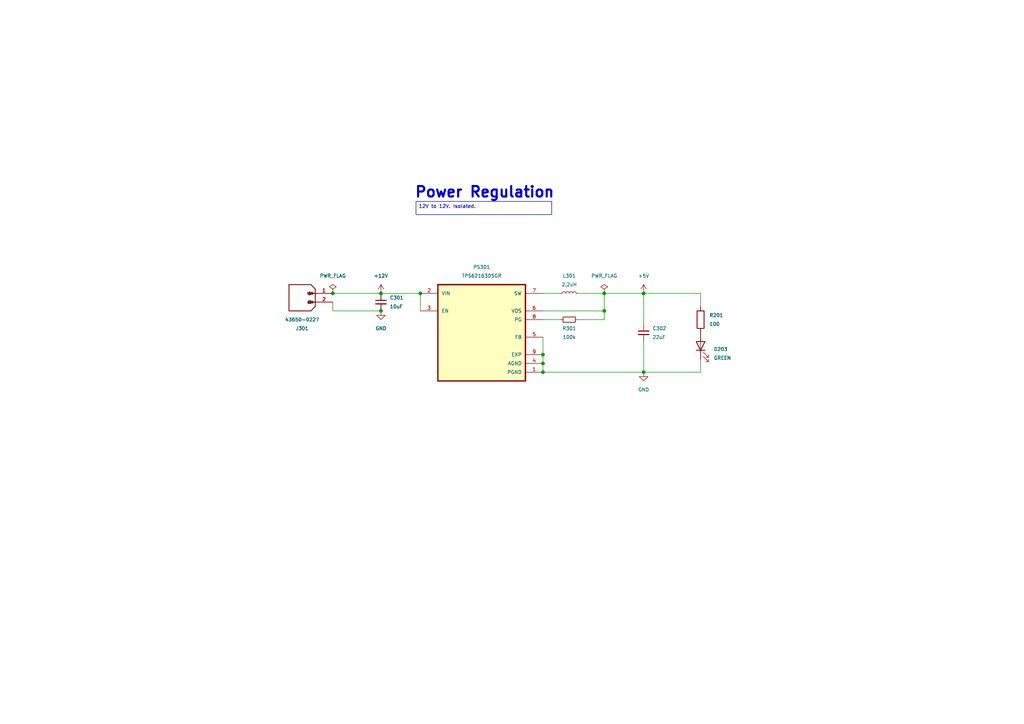
<source format=kicad_sch>
(kicad_sch (version 20230121) (generator eeschema)
  (paper "A4")
  (title_block (title "Blackbody A") (date "2023-07-16") (rev "v0.2.0") (company "LHR Solar") (comment 1 "Jacob Giddens") (comment 2 "Matthew Yu") (comment 3 "Gary Hallock"))
  (lib_symbols
    (symbol "Device:C_Small" (pin_numbers hide) (pin_names (offset 0.254) hide)
      (property "Reference" "C" (at 0.254 1.778 0))
      (property "Value" "C_Small" (at 0.254 -2.032 0))
      (symbol "C_Small_0_1"
        (polyline (pts (xy -1.524 -0.508) (xy 1.524 -0.508)) (stroke (width 0.3302)))
        (polyline (pts (xy -1.524 0.508) (xy 1.524 0.508)) (stroke (width 0.3048)))
      )
      (symbol "C_Small_1_1"
        (pin passive line (at 0 2.54 270) (length 2.032) (name "~") (number "1"))
        (pin passive line (at 0 -2.54 90) (length 2.032) (name "~") (number "2"))
      )
    )
    (symbol "Device:LED" (pin_numbers hide) (pin_names (offset 1.016) hide)
      (property "Reference" "D" (at 0 2.54 0))
      (property "Value" "LED" (at 0 -2.54 0))
      (symbol "LED_0_1"
        (polyline (pts (xy -1.27 -1.27) (xy -1.27 1.27)) (stroke (width 0.254)))
        (polyline (pts (xy -1.27 0) (xy 1.27 0)))
        (polyline (pts (xy 1.27 -1.27) (xy 1.27 1.27) (xy -1.27 0) (xy 1.27 -1.27)) (stroke (width 0.254)))
        (polyline (pts (xy -3.048 -0.762) (xy -4.572 -2.286) (xy -3.81 -2.286) (xy -4.572 -2.286) (xy -4.572 -1.524)))
        (polyline (pts (xy -1.778 -0.762) (xy -3.302 -2.286) (xy -2.54 -2.286) (xy -3.302 -2.286) (xy -3.302 -1.524)))
      )
      (symbol "LED_1_1"
        (pin passive line (at -3.81 0 0) (length 2.54) (name "K") (number "1"))
        (pin passive line (at 3.81 0 180) (length 2.54) (name "A") (number "2"))
      )
    )
    (symbol "Device:L_Small" (pin_numbers hide) (pin_names (offset 0.254) hide)
      (property "Reference" "L" (at 0.762 1.016 0))
      (property "Value" "L_Small" (at 0.762 -1.016 0))
      (symbol "L_Small_0_1"
        (arc (start 0 -2.032) (mid 0.5058 -1.524) (end 0 -1.016))
        (arc (start 0 -1.016) (mid 0.5058 -0.508) (end 0 0))
        (arc (start 0 0) (mid 0.5058 0.508) (end 0 1.016))
        (arc (start 0 1.016) (mid 0.5058 1.524) (end 0 2.032))
      )
      (symbol "L_Small_1_1"
        (pin passive line (at 0 2.54 270) (length 0.508) (name "~") (number "1"))
        (pin passive line (at 0 -2.54 90) (length 0.508) (name "~") (number "2"))
      )
    )
    (symbol "Device:R" (pin_numbers hide) (pin_names (offset 0))
      (property "Reference" "R" (at 2.032 0 90))
      (property "Value" "R" (at 0 0 90))
      (symbol "R_0_1"
        (rectangle (start -1.016 -2.54) (end 1.016 2.54) (stroke (width 0.254)))
      )
      (symbol "R_1_1"
        (pin passive line (at 0 3.81 270) (length 1.27) (name "~") (number "1"))
        (pin passive line (at 0 -3.81 90) (length 1.27) (name "~") (number "2"))
      )
    )
    (symbol "Device:R_Small" (pin_numbers hide) (pin_names (offset 0.254) hide)
      (property "Reference" "R" (at 0.762 0.508 0))
      (property "Value" "R_Small" (at 0.762 -1.016 0))
      (symbol "R_Small_0_1"
        (rectangle (start -0.762 1.778) (end 0.762 -1.778) (stroke (width 0.2032)))
      )
      (symbol "R_Small_1_1"
        (pin passive line (at 0 2.54 270) (length 0.762) (name "~") (number "1"))
        (pin passive line (at 0 -2.54 90) (length 0.762) (name "~") (number "2"))
      )
    )
    (symbol "molex_microfit_43650_0227:43650-0227" (pin_names (offset 1.016))
      (property "Reference" "J" (at 0 3.81 0))
      (property "Value" "43650-0227" (at 0 -7.62 0))
      (symbol "43650-0227_0_0"
        (polyline (pts (xy 0 -3.81) (xy 1.27 -5.08)) (stroke (width 0.254)))
        (polyline (pts (xy 0 -2.54) (xy 1.905 -2.54)) (stroke (width 0.254)))
        (polyline (pts (xy 0 0) (xy 0 -3.81)) (stroke (width 0.254)))
        (polyline (pts (xy 0 0) (xy 1.905 0)) (stroke (width 0.254)))
        (polyline (pts (xy 0 1.27) (xy 0 0)) (stroke (width 0.254)))
        (polyline (pts (xy 0 1.27) (xy 1.27 2.54)) (stroke (width 0.254)))
        (polyline (pts (xy 1.27 -5.08) (xy 7.62 -5.08)) (stroke (width 0.254)))
        (polyline (pts (xy 7.62 -5.08) (xy 7.62 2.54)) (stroke (width 0.254)))
        (polyline (pts (xy 7.62 2.54) (xy 1.27 2.54)) (stroke (width 0.254)))
        (rectangle (start 0.635 -2.8575) (end 2.2225 -2.2225) (stroke (width 0.1)) (fill (type outline)))
        (rectangle (start 0.635 -0.3175) (end 2.2225 0.3175) (stroke (width 0.1)) (fill (type outline)))
        (pin passive line (at -5.08 0 0) (length 5.08) (name "1") (number "1"))
        (pin passive line (at -5.08 -2.54 0) (length 5.08) (name "2") (number "2"))
      )
    )
    (symbol "power:+12V" (power) (pin_names (offset 0))
      (property "Value" "+12V" (at 0 3.556 0))
      (symbol "+12V_0_1"
        (polyline (pts (xy -0.762 1.27) (xy 0 2.54)))
        (polyline (pts (xy 0 0) (xy 0 2.54)))
        (polyline (pts (xy 0 2.54) (xy 0.762 1.27)))
      )
      (symbol "+12V_1_1"
        (pin power_in line (at 0 0 90) (length 0) hide (name "+12V") (number "1"))
      )
    )
    (symbol "power:+5V" (power) (pin_names (offset 0))
      (property "Value" "+5V" (at 0 3.556 0))
      (symbol "+5V_0_1"
        (polyline (pts (xy -0.762 1.27) (xy 0 2.54)))
        (polyline (pts (xy 0 0) (xy 0 2.54)))
        (polyline (pts (xy 0 2.54) (xy 0.762 1.27)))
      )
      (symbol "+5V_1_1"
        (pin power_in line (at 0 0 90) (length 0) hide (name "+5V") (number "1"))
      )
    )
    (symbol "power:GND" (power) (pin_names (offset 0))
      (property "Value" "GND" (at 0 -3.81 0))
      (symbol "GND_0_1"
        (polyline (pts (xy 0 0) (xy 0 -1.27) (xy 1.27 -1.27) (xy 0 -2.54) (xy -1.27 -1.27) (xy 0 -1.27)))
      )
      (symbol "GND_1_1"
        (pin power_in line (at 0 0 270) (length 0) hide (name "GND") (number "1"))
      )
    )
    (symbol "power:PWR_FLAG" (power) (pin_numbers hide) (pin_names (offset 0) hide)
      (property "Value" "PWR_FLAG" (at 0 3.81 0))
      (symbol "PWR_FLAG_0_0"
        (pin power_out line (at 0 0 90) (length 0) (name "pwr") (number "1"))
      )
      (symbol "PWR_FLAG_0_1"
        (polyline (pts (xy 0 0) (xy 0 1.27) (xy -1.016 1.905) (xy 0 2.54) (xy 1.016 1.905) (xy 0 1.27)))
      )
    )
    (symbol "ti_TPS62163DSGR:TPS62163DSGR" (pin_names (offset 1.016))
      (property "Reference" "PS" (at -12.7 13.7 0))
      (property "Value" "TPS62163DSGR" (at -12.7 -17.78 0))
      (symbol "TPS62163DSGR_0_0"
        (rectangle (start -12.7 -15.24) (end 12.7 12.7) (stroke (width 0.41)) (fill (type background)))
        (pin power_in line (at 17.78 -12.7 180) (length 5.08) (name "PGND") (number "1"))
        (pin input line (at -17.78 10.16 0) (length 5.08) (name "VIN") (number "2"))
        (pin input line (at -17.78 5.08 0) (length 5.08) (name "EN") (number "3"))
        (pin power_in line (at 17.78 -10.16 180) (length 5.08) (name "AGND") (number "4"))
        (pin input line (at 17.78 -2.54 180) (length 5.08) (name "FB") (number "5"))
        (pin input line (at 17.78 5.08 180) (length 5.08) (name "VOS") (number "6"))
        (pin output line (at 17.78 10.16 180) (length 5.08) (name "SW") (number "7"))
        (pin output line (at 17.78 2.54 180) (length 5.08) (name "PG") (number "8"))
        (pin passive line (at 17.78 -7.62 180) (length 5.08) (name "EXP") (number "9"))
      )
    )
  )
  (junction (at 157.48 102.87))
  (junction (at 157.48 107.95))
  (junction (at 96.52 85.09))
  (junction (at 186.69 107.95))
  (junction (at 186.69 85.09))
  (junction (at 175.26 90.17))
  (junction (at 110.49 85.09))
  (junction (at 157.48 105.41))
  (junction (at 175.26 85.09))
  (junction (at 121.92 85.09))
  (junction (at 110.49 90.17))
  (wire (pts (xy 157.48 85.09) (xy 162.56 85.09)))
  (wire (pts (xy 186.69 107.95) (xy 157.48 107.95)))
  (wire (pts (xy 157.48 92.71) (xy 162.56 92.71)))
  (wire (pts (xy 157.48 102.87) (xy 157.48 105.41)))
  (wire (pts (xy 203.2 85.09) (xy 203.2 88.9)))
  (wire (pts (xy 186.69 99.06) (xy 186.69 107.95)))
  (wire (pts (xy 157.48 105.41) (xy 157.48 107.95)))
  (wire (pts (xy 157.48 97.79) (xy 157.48 102.87)))
  (wire (pts (xy 96.52 90.17) (xy 110.49 90.17)))
  (wire (pts (xy 203.2 85.09) (xy 186.69 85.09)))
  (wire (pts (xy 175.26 90.17) (xy 175.26 85.09)))
  (wire (pts (xy 96.52 85.09) (xy 110.49 85.09)))
  (wire (pts (xy 121.92 85.09) (xy 121.92 90.17)))
  (wire (pts (xy 110.49 85.09) (xy 121.92 85.09)))
  (wire (pts (xy 203.2 107.95) (xy 186.69 107.95)))
  (wire (pts (xy 157.48 90.17) (xy 175.26 90.17)))
  (wire (pts (xy 186.69 85.09) (xy 186.69 93.98)))
  (wire (pts (xy 175.26 85.09) (xy 186.69 85.09)))
  (wire (pts (xy 167.64 85.09) (xy 175.26 85.09)))
  (wire (pts (xy 175.26 92.71) (xy 175.26 90.17)))
  (wire (pts (xy 96.52 87.63) (xy 96.52 90.17)))
  (wire (pts (xy 203.2 104.14) (xy 203.2 107.95)))
  (wire (pts (xy 167.64 92.71) (xy 175.26 92.71)))
  (text_box "12V to 12V. Isolated." (at 120.65 58.42 0) (size 39.37 3.81) (effects (font (size 1.016 1.016)) (justify left top)))
  (text "Power Regulation" (at 120.142 57.658 0) (effects (font (size 3.048 3.048) (thickness 0.6096) bold) (justify left bottom)))
  (symbol (lib_id "Device:R_Small") (at 165.1 92.71 90) (unit 1)
    (property "Reference" "R301" (at 165.1 95.25 90) (effects (font (size 1 1))))
    (property "Value" "100k" (at 165.1 97.79 90) (effects (font (size 1 1))))
    (property "Footprint" "Resistor_SMD:R_0402_1005Metric" (effects hide))
    (property "Datasheet" "https://datasheet.lcsc.com/lcsc/2206010100_UNI-ROYAL-Uniroyal-Elec-0402WGF1003TCE_C25741.pdf" (effects hide))
    (property "Distributor" "JLCPCB" (effects hide))
    (property "Manufacturer" "UNI-ROYAL(Uniroyal Elec)" (effects hide))
    (property "P/N" "0402WGF1003TCE" (effects hide))
    (property "LCSC Part #" "C25741" (effects hide))
    (property "Cost" "0.0004" (effects hide))
  )
  (symbol (lib_id "molex_microfit_43650_0227:43650-0227") (at 91.44 85.09 0) (mirror y) (unit 1)
    (property "Reference" "J301" (at 87.63 95.25 0) (effects (font (size 1 1))))
    (property "Value" "43650-0227" (at 87.63 92.71 0) (effects (font (size 1 1))))
    (property "Footprint" "footprints:molex_microfit_43650_0227" (effects hide))
    (property "Datasheet" "https://www.molex.com/content/dam/molex/molex-dot-com/products/automated/en-us/salesdrawingpdf/436/43650/436500227_sd.pdf" (effects hide))
    (property "Distributor" "Mouser" (effects hide))
    (property "Manufacturer" "Molex" (effects hide))
    (property "P/N" "43650-0227" (effects hide))
    (property "Cost" "0.88" (effects hide))
  )
  (symbol (lib_id "Device:R") (at 203.2 92.71 180) (unit 1)
    (property "Reference" "R201" (at 205.74 91.44 0) (effects (font (size 1 1)) (justify right)))
    (property "Value" "100" (at 205.74 93.98 0) (effects (font (size 1 1)) (justify right)))
    (property "Footprint" "Resistor_SMD:R_0402_1005Metric" (effects hide))
    (property "Datasheet" "https://datasheet.lcsc.com/lcsc/2205311900_UNI-ROYAL-Uniroyal-Elec-0402WGF1000TCE_C25076.pdf" (effects hide))
    (property "Distributor" "JLCPCB" (effects hide))
    (property "Manufacturer" "Uniroyal Elec" (effects hide))
    (property "P/N" "0402WGF1000TCE" (effects hide))
    (property "LCSC Part #" "C25076" (effects hide))
    (property "Cost" "0.0004" (effects hide))
    (instances (project "mppt" (path "" (reference "R201") (unit 1)) (path "" (reference "R201") (unit 1))) (project "MPPT" (path "" (reference "R701") (unit 1))) (project "blackbody_a" (path "" (reference "R?") (unit 1)) (path "" (reference "R302") (unit 1))))
  )
  (symbol (lib_id "Device:C_Small") (at 110.49 87.63 0) (unit 1)
    (property "Reference" "C301" (at 113.03 86.3663 0) (effects (font (size 1 1)) (justify left)))
    (property "Value" "10uF" (at 113.03 88.9063 0) (effects (font (size 1 1)) (justify left)))
    (property "Footprint" "Capacitor_SMD:C_0603_1608Metric" (effects hide))
    (property "Datasheet" "https://datasheet.lcsc.com/lcsc/2304140030_Samsung-Electro-Mechanics-CL10A106MA8NRNC_C96446.pdf" (effects hide))
    (property "Distributor" "JLCPCB" (effects hide))
    (property "Manufacturer" "Samsung Electro-Mechanics" (effects hide))
    (property "P/N" "CL10A106MA8NRNC" (effects hide))
    (property "LCSC Part #" "C96446" (effects hide))
    (property "Cost" "0.0220" (effects hide))
    (property "Notes" "Rated for 25V." (effects hide))
  )
  (symbol (lib_id "power:+5V") (at 186.69 85.09 0) (unit 1)
    (property "Reference" "#PWR0303" (effects hide))
    (property "Value" "+5V" (at 186.69 80.01 0) (effects (font (size 1 1))))
  )
  (symbol (lib_id "ti_TPS62163DSGR:TPS62163DSGR") (at 139.7 95.25 0) (unit 1)
    (property "Reference" "PS301" (at 139.7 77.47 0) (effects (font (size 1 1))))
    (property "Value" "TPS62163DSGR" (at 139.7 80.01 0) (effects (font (size 1 1))))
    (property "Footprint" "footprints:ti_TPS62163DSGR" (effects hide))
    (property "Datasheet" "https://www.ti.com/lit/ds/symlink/tps62163.pdf?ts=1689439651479&ref_url=https%253A%252F%252Fwww.ti.com%252Fproduct%252FTPS62163" (effects hide))
    (property "Distributor" "Mouser" (effects hide))
    (property "Manufacturer" "TI" (effects hide))
    (property "P/N" "TPS62163DSGR, TPS62163DSGT" (effects hide))
    (property "Cost" "1.63" (effects hide))
    (property "Notes" "Alt distributor: TI" (effects hide))
  )
  (symbol (lib_id "Device:LED") (at 203.2 100.33 90) (unit 1)
    (property "Reference" "D203" (at 207.01 101.2825 90) (effects (font (size 1 1)) (justify right)))
    (property "Value" "GREEN" (at 207.01 103.8225 90) (effects (font (size 1 1)) (justify right)))
    (property "Footprint" "LED_SMD:LED_0603_1608Metric" (effects hide))
    (property "Datasheet" "https://datasheet.lcsc.com/lcsc/1811101510_Everlight-Elec-19-217-GHC-YR1S2-3T_C72043.pdf" (effects hide))
    (property "Distributor" "JLCPCB" (effects hide))
    (property "Manufacturer" "Everlight Elec" (effects hide))
    (property "P/N" "19-217/GHC-YR1S2/3T" (effects hide))
    (property "LCSC Part #" "C72043" (effects hide))
    (property "Cost" "0.0248" (effects hide))
    (instances (project "mppt" (path "" (reference "D203") (unit 1)) (path "" (reference "D203") (unit 1))) (project "blackbody_a" (path "" (reference "D?") (unit 1)) (path "" (reference "D301") (unit 1))))
  )
  (symbol (lib_id "power:GND") (at 186.69 107.95 0) (unit 1)
    (property "Reference" "#PWR0304" (effects hide))
    (property "Value" "GND" (at 186.69 113.03 0) (effects (font (size 1 1))))
  )
  (symbol (lib_id "Device:L_Small") (at 165.1 85.09 270) (mirror x) (unit 1)
    (property "Reference" "L301" (at 165.1 80.01 90) (effects (font (size 1 1))))
    (property "Value" "2.2uH" (at 165.1 82.55 90) (effects (font (size 1 1))))
    (property "Footprint" "footprints:tdk_VLS2520" (effects hide))
    (property "Datasheet" "https://product.tdk.com/system/files/dam/doc/product/inductor/inductor/smd/catalog/inductor_commercial_power_vls252010cx-1_en.pdf?ref_disty=mouser" (effects hide))
    (property "Distributor" "Mouser" (effects hide))
    (property "Manufacturer" "TDK" (effects hide))
    (property "P/N" "VLS252010CX-2R2M-1" (effects hide))
    (property "Cost" "0.42" (effects hide))
  )
  (symbol (lib_id "power:PWR_FLAG") (at 96.52 85.09 0) (unit 1)
    (property "Reference" "#FLG0301" (effects hide))
    (property "Value" "PWR_FLAG" (at 96.52 80.01 0) (effects (font (size 1 1))))
  )
  (symbol (lib_id "power:+12V") (at 110.49 85.09 0) (unit 1)
    (property "Reference" "#PWR0301" (effects hide))
    (property "Value" "+12V" (at 110.49 80.01 0) (effects (font (size 1 1))))
  )
  (symbol (lib_id "power:GND") (at 110.49 90.17 0) (unit 1)
    (property "Reference" "#PWR0302" (effects hide))
    (property "Value" "GND" (at 110.49 95.25 0) (effects (font (size 1 1))))
  )
  (symbol (lib_id "Device:C_Small") (at 186.69 96.52 0) (unit 1)
    (property "Reference" "C302" (at 189.23 95.2563 0) (effects (font (size 1 1)) (justify left)))
    (property "Value" "22uF" (at 189.23 97.7963 0) (effects (font (size 1 1)) (justify left)))
    (property "Footprint" "Capacitor_SMD:C_0603_1608Metric" (effects hide))
    (property "Datasheet" "https://datasheet.lcsc.com/lcsc/2304140030_Samsung-Electro-Mechanics-CL10A226MQ8NRNC_C59461.pdf" (effects hide))
    (property "Distributor" "JLCPCB" (effects hide))
    (property "Manufacturer" "Samsung Electro-Mechanics" (effects hide))
    (property "P/N" "CL10A226MQ8NRNC" (effects hide))
    (property "LCSC Part #" "C59461" (effects hide))
    (property "Cost" "0.0089" (effects hide))
    (property "Notes" "Rated at 6.3V. Seems low but same rating on TI application example." (effects hide))
  )
  (symbol (lib_id "power:PWR_FLAG") (at 175.26 85.09 0) (unit 1)
    (property "Reference" "#FLG0302" (effects hide))
    (property "Value" "PWR_FLAG" (at 175.26 80.01 0) (effects (font (size 1 1))))
  )
)
</source>
